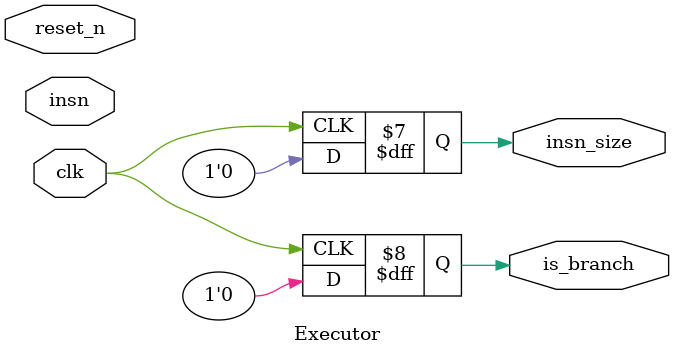
<source format=v>
/**@file
 * @brief
 * @author Igor Lesik
 * @copyright Igor Lesik 2013
 */

module Executor(
    clk,
    reset_n,
    insn,
    insn_size,
    is_branch
    //branch_pc
);

    parameter PC_WIDTH = 16;
    parameter INSN_WIDTH = 40;

    input clk;
    input reset_n;

    output reg insn_size;
    output reg is_branch;

    //output reg [PC_WIDTH-1:0]   next_pc;
    //output reg [PC_WIDTH-1:0]   iaddr;
    //input      [INSN_WIDTH-1:0] idata;
    input [INSN_WIDTH-1:0] insn;

    // Decode instruction
    //
    always @(posedge clk)
    begin
        //$monitor("%2d clk:%h reset_n:%h insn:%h", 
        //    $time, clk, reset_n, insn);

        if (~reset_n)
        begin
            //
            //
            is_branch <= 1'b0;
            insn_size <= 1'b0;
        end
        else
        begin
            $display("Decoding %h", insn);
            //
            //
            is_branch <= 1'b0;
            insn_size <= 1'b0;
        end
    end

endmodule

</source>
